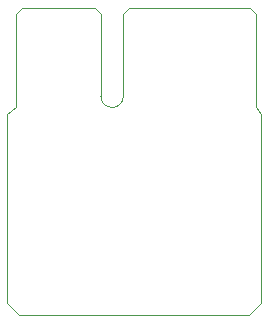
<source format=gbr>
%TF.GenerationSoftware,KiCad,Pcbnew,6.99.0-unknown-e9f8454a67~154~ubuntu22.04.1*%
%TF.CreationDate,2022-11-04T13:42:14+03:00*%
%TF.ProjectId,siglent-la,7369676c-656e-4742-9d6c-612e6b696361,rev?*%
%TF.SameCoordinates,Original*%
%TF.FileFunction,Profile,NP*%
%FSLAX46Y46*%
G04 Gerber Fmt 4.6, Leading zero omitted, Abs format (unit mm)*
G04 Created by KiCad (PCBNEW 6.99.0-unknown-e9f8454a67~154~ubuntu22.04.1) date 2022-11-04 13:42:14*
%MOMM*%
%LPD*%
G01*
G04 APERTURE LIST*
%TA.AperFunction,Profile*%
%ADD10C,0.100000*%
%TD*%
G04 APERTURE END LIST*
D10*
X121500000Y-72500000D02*
X121050000Y-71950000D01*
X121500000Y-88500000D02*
X121500000Y-72500000D01*
X120500000Y-89500000D02*
X121500000Y-88500000D01*
X101000000Y-89500000D02*
X120500000Y-89500000D01*
X100000000Y-88500000D02*
X101000000Y-89500000D01*
X100000000Y-72500000D02*
X100000000Y-88500000D01*
X100750000Y-71950000D02*
X100000000Y-72500000D01*
%TO.C,J1*%
X107950000Y-71000000D02*
G75*
G03*
X109850000Y-71000000I950000J0D01*
G01*
X100750000Y-64050000D02*
X101250000Y-63550000D01*
X120550000Y-63550000D02*
X110350000Y-63550000D01*
X121050000Y-71950000D02*
X121050000Y-64050000D01*
X109850000Y-71000000D02*
X109850000Y-64050000D01*
X121050000Y-64050000D02*
X120550000Y-63550000D01*
X100750000Y-71950000D02*
X100750000Y-64050000D01*
X107950000Y-71000000D02*
X107950000Y-64050000D01*
X107950000Y-64050000D02*
X107450000Y-63550000D01*
X109850000Y-64050000D02*
X110350000Y-63550000D01*
X107450000Y-63550000D02*
X101250000Y-63550000D01*
%TD*%
M02*

</source>
